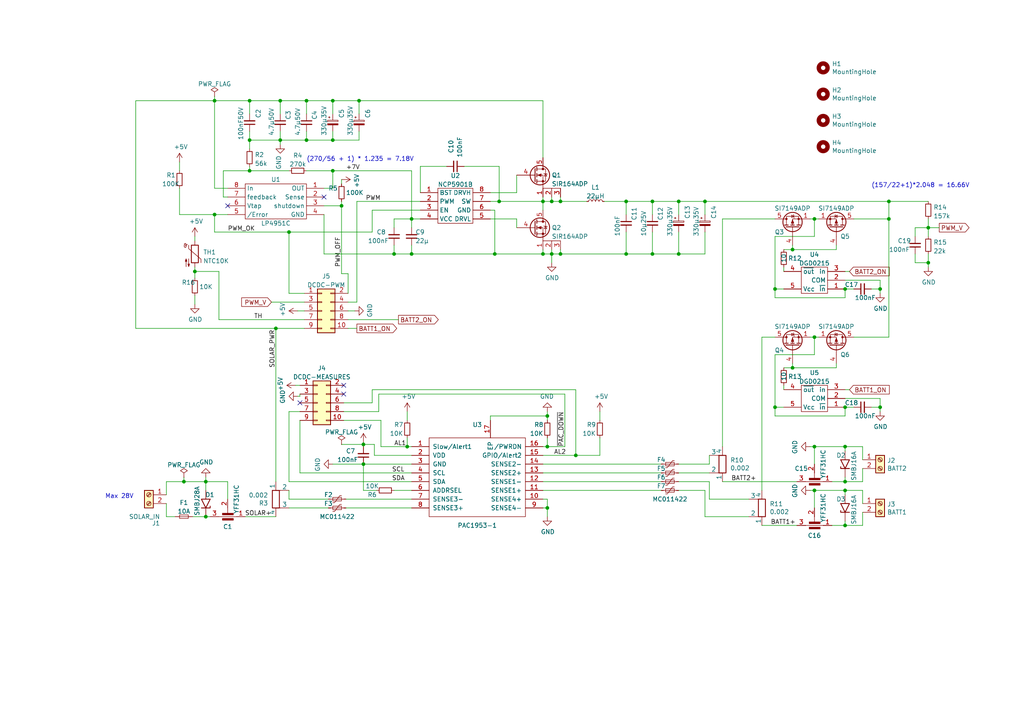
<source format=kicad_sch>
(kicad_sch (version 20211123) (generator eeschema)
  (paper "A4")
  (junction (at 157.48 73.66))
  (junction (at 72.39 49.53))
  (junction (at 236.22 97.79))
  (junction (at 255.27 118.11))
  (junction (at 59.69 139.7))
  (junction (at 96.52 29.21))
  (junction (at 255.27 83.82))
  (junction (at 88.9 40.64))
  (junction (at 245.11 118.11))
  (junction (at 181.61 58.42))
  (junction (at 59.69 149.86))
  (junction (at 229.87 106.68))
  (junction (at 196.85 58.42))
  (junction (at 269.24 66.04))
  (junction (at 236.22 142.24))
  (junction (at 105.41 134.62))
  (junction (at 88.9 29.21))
  (junction (at 158.75 129.54))
  (junction (at 236.22 63.5))
  (junction (at 96.52 40.64))
  (junction (at 204.47 58.42))
  (junction (at 99.06 59.69))
  (junction (at 119.38 63.5))
  (junction (at 72.39 40.64))
  (junction (at 229.87 72.39))
  (junction (at 83.82 67.31))
  (junction (at 80.01 95.25))
  (junction (at 160.02 58.42))
  (junction (at 144.78 58.42))
  (junction (at 81.28 29.21))
  (junction (at 96.52 49.53))
  (junction (at 257.81 63.5))
  (junction (at 53.34 139.7))
  (junction (at 196.85 73.66))
  (junction (at 56.515 78.74))
  (junction (at 245.11 83.82))
  (junction (at 157.48 58.42))
  (junction (at 269.24 76.2))
  (junction (at 167.005 132.08))
  (junction (at 62.23 29.21))
  (junction (at 158.75 147.32))
  (junction (at 245.11 129.54))
  (junction (at 257.81 58.42))
  (junction (at 114.3 73.66))
  (junction (at 81.28 40.64))
  (junction (at 189.23 73.66))
  (junction (at 236.22 129.54))
  (junction (at 105.41 128.905))
  (junction (at 245.11 152.4))
  (junction (at 245.11 142.24))
  (junction (at 160.02 73.66))
  (junction (at 224.79 118.11))
  (junction (at 104.14 29.21))
  (junction (at 119.38 73.66))
  (junction (at 62.23 62.23))
  (junction (at 224.79 83.82))
  (junction (at 181.61 73.66))
  (junction (at 189.23 58.42))
  (junction (at 162.56 58.42))
  (junction (at 143.51 73.66))
  (junction (at 118.11 129.54))
  (junction (at 158.75 120.65))
  (junction (at 245.11 139.7))
  (junction (at 72.39 29.21))
  (junction (at 162.56 73.66))
  (no_connect (at 86.995 116.84))
  (no_connect (at 99.695 114.3))
  (no_connect (at 99.695 111.76))
  (no_connect (at 66.04 59.69))
  (no_connect (at 93.98 57.15))
  (wire (pts (xy 56.515 85.725) (xy 56.515 88.265)))
  (wire (pts (xy 269.24 63.5) (xy 269.24 66.04)))
  (wire (pts (xy 245.11 113.03) (xy 246.38 113.03)))
  (wire (pts (xy 157.48 147.32) (xy 158.75 147.32)))
  (wire (pts (xy 160.02 73.66) (xy 157.48 73.66)))
  (wire (pts (xy 250.19 152.4) (xy 250.19 148.59)))
  (wire (pts (xy 88.9 38.1) (xy 88.9 40.64)))
  (wire (pts (xy 62.23 67.31) (xy 62.23 62.23)))
  (wire (pts (xy 144.78 58.42) (xy 157.48 58.42)))
  (wire (pts (xy 119.38 49.53) (xy 119.38 63.5)))
  (wire (pts (xy 62.23 29.21) (xy 62.23 54.61)))
  (wire (pts (xy 80.01 95.25) (xy 39.37 95.25)))
  (wire (pts (xy 167.005 113.03) (xy 107.95 113.03)))
  (wire (pts (xy 144.78 58.42) (xy 142.24 58.42)))
  (wire (pts (xy 241.3 139.7) (xy 245.11 139.7)))
  (wire (pts (xy 160.02 73.66) (xy 160.02 76.2)))
  (wire (pts (xy 157.48 58.42) (xy 160.02 58.42)))
  (wire (pts (xy 236.22 63.5) (xy 237.49 63.5)))
  (wire (pts (xy 157.48 134.62) (xy 191.77 134.62)))
  (wire (pts (xy 83.82 144.78) (xy 83.82 142.24)))
  (wire (pts (xy 157.48 137.16) (xy 191.77 137.16)))
  (wire (pts (xy 241.3 152.4) (xy 245.11 152.4)))
  (wire (pts (xy 72.39 40.64) (xy 72.39 43.18)))
  (wire (pts (xy 103.505 58.42) (xy 121.92 58.42)))
  (wire (pts (xy 93.98 59.69) (xy 99.06 59.69)))
  (wire (pts (xy 62.23 62.23) (xy 66.04 62.23)))
  (wire (pts (xy 99.695 121.92) (xy 110.49 121.92)))
  (wire (pts (xy 134.62 48.26) (xy 144.78 48.26)))
  (wire (pts (xy 205.74 144.78) (xy 205.74 139.7)))
  (wire (pts (xy 252.73 118.11) (xy 255.27 118.11)))
  (wire (pts (xy 96.52 134.62) (xy 105.41 134.62)))
  (wire (pts (xy 59.69 138.43) (xy 59.69 139.7)))
  (wire (pts (xy 56.515 77.47) (xy 56.515 78.74)))
  (wire (pts (xy 64.77 49.53) (xy 64.77 57.15)))
  (wire (pts (xy 220.98 97.79) (xy 224.79 97.79)))
  (wire (pts (xy 204.47 67.31) (xy 204.47 73.66)))
  (wire (pts (xy 224.79 118.11) (xy 227.33 118.11)))
  (wire (pts (xy 110.49 129.54) (xy 118.11 129.54)))
  (wire (pts (xy 181.61 58.42) (xy 175.26 58.42)))
  (wire (pts (xy 163.83 114.3) (xy 109.855 114.3)))
  (wire (pts (xy 196.85 142.24) (xy 204.47 142.24)))
  (wire (pts (xy 59.69 139.7) (xy 66.04 139.7)))
  (wire (pts (xy 157.48 142.24) (xy 191.77 142.24)))
  (wire (pts (xy 108.585 128.905) (xy 108.585 132.08)))
  (wire (pts (xy 269.24 76.2) (xy 269.24 77.47)))
  (wire (pts (xy 162.56 58.42) (xy 162.56 57.15)))
  (wire (pts (xy 96.52 29.21) (xy 104.14 29.21)))
  (wire (pts (xy 167.005 132.08) (xy 173.99 132.08)))
  (wire (pts (xy 157.48 132.08) (xy 167.005 132.08)))
  (wire (pts (xy 245.11 78.74) (xy 246.38 78.74)))
  (wire (pts (xy 163.83 129.54) (xy 163.83 114.3)))
  (wire (pts (xy 143.51 60.96) (xy 143.51 73.66)))
  (wire (pts (xy 167.005 132.08) (xy 167.005 113.03)))
  (wire (pts (xy 189.23 58.42) (xy 196.85 58.42)))
  (wire (pts (xy 196.85 134.62) (xy 205.74 134.62)))
  (wire (pts (xy 157.48 58.42) (xy 157.48 57.15)))
  (wire (pts (xy 149.86 63.5) (xy 149.86 66.04)))
  (wire (pts (xy 118.11 129.54) (xy 119.38 129.54)))
  (wire (pts (xy 53.34 138.43) (xy 53.34 139.7)))
  (wire (pts (xy 224.79 118.11) (xy 224.79 120.65)))
  (wire (pts (xy 236.22 129.54) (xy 245.11 129.54)))
  (wire (pts (xy 71.12 149.86) (xy 80.01 149.86)))
  (wire (pts (xy 245.11 120.65) (xy 224.79 120.65)))
  (wire (pts (xy 236.22 97.79) (xy 237.49 97.79)))
  (wire (pts (xy 86.36 90.17) (xy 88.265 90.17)))
  (wire (pts (xy 245.11 83.82) (xy 245.11 86.36)))
  (wire (pts (xy 269.24 66.04) (xy 265.43 66.04)))
  (wire (pts (xy 255.27 81.28) (xy 255.27 83.82)))
  (wire (pts (xy 64.77 57.15) (xy 66.04 57.15)))
  (wire (pts (xy 86.995 137.16) (xy 119.38 137.16)))
  (wire (pts (xy 162.56 58.42) (xy 170.18 58.42)))
  (wire (pts (xy 96.52 40.64) (xy 104.14 40.64)))
  (wire (pts (xy 99.06 52.07) (xy 99.06 53.34)))
  (wire (pts (xy 142.24 55.88) (xy 149.86 55.88)))
  (wire (pts (xy 81.28 40.64) (xy 81.28 41.91)))
  (wire (pts (xy 52.07 49.53) (xy 52.07 46.99)))
  (wire (pts (xy 83.82 49.53) (xy 72.39 49.53)))
  (wire (pts (xy 173.99 132.08) (xy 173.99 127)))
  (wire (pts (xy 257.81 63.5) (xy 247.65 63.5)))
  (wire (pts (xy 114.3 73.66) (xy 119.38 73.66)))
  (wire (pts (xy 56.515 78.74) (xy 63.5 78.74)))
  (wire (pts (xy 105.41 128.905) (xy 108.585 128.905)))
  (wire (pts (xy 181.61 58.42) (xy 181.61 62.23)))
  (wire (pts (xy 242.57 71.12) (xy 242.57 72.39)))
  (wire (pts (xy 204.47 149.86) (xy 217.17 149.86)))
  (wire (pts (xy 48.26 139.7) (xy 53.34 139.7)))
  (wire (pts (xy 245.11 152.4) (xy 250.19 152.4)))
  (wire (pts (xy 227.33 111.76) (xy 227.33 113.03)))
  (wire (pts (xy 121.92 60.96) (xy 107.95 60.96)))
  (wire (pts (xy 100.33 144.78) (xy 119.38 144.78)))
  (wire (pts (xy 209.55 139.7) (xy 231.14 139.7)))
  (wire (pts (xy 196.85 139.7) (xy 205.74 139.7)))
  (wire (pts (xy 109.855 114.3) (xy 109.855 119.38)))
  (wire (pts (xy 236.22 142.24) (xy 245.11 142.24)))
  (wire (pts (xy 227.33 77.47) (xy 227.33 78.74)))
  (wire (pts (xy 158.75 120.65) (xy 142.24 120.65)))
  (wire (pts (xy 162.56 73.66) (xy 181.61 73.66)))
  (wire (pts (xy 96.52 49.53) (xy 119.38 49.53)))
  (wire (pts (xy 234.95 97.79) (xy 236.22 97.79)))
  (wire (pts (xy 119.38 71.12) (xy 119.38 73.66)))
  (wire (pts (xy 81.28 29.21) (xy 72.39 29.21)))
  (wire (pts (xy 96.52 29.21) (xy 96.52 33.02)))
  (wire (pts (xy 83.82 85.09) (xy 83.82 67.31)))
  (wire (pts (xy 110.49 129.54) (xy 110.49 121.92)))
  (wire (pts (xy 72.39 49.53) (xy 72.39 48.26)))
  (wire (pts (xy 100.965 95.25) (xy 103.505 95.25)))
  (wire (pts (xy 220.98 142.24) (xy 220.98 97.79)))
  (wire (pts (xy 162.56 72.39) (xy 162.56 73.66)))
  (wire (pts (xy 245.11 118.11) (xy 245.11 120.65)))
  (wire (pts (xy 269.24 66.04) (xy 269.24 68.58)))
  (wire (pts (xy 107.95 116.84) (xy 99.695 116.84)))
  (wire (pts (xy 250.19 129.54) (xy 250.19 133.35)))
  (wire (pts (xy 119.38 63.5) (xy 121.92 63.5)))
  (wire (pts (xy 250.19 139.7) (xy 250.19 135.89)))
  (wire (pts (xy 234.95 63.5) (xy 236.22 63.5)))
  (wire (pts (xy 119.38 73.66) (xy 143.51 73.66)))
  (wire (pts (xy 59.69 139.7) (xy 59.69 142.24)))
  (wire (pts (xy 189.23 58.42) (xy 181.61 58.42)))
  (wire (pts (xy 88.9 40.64) (xy 96.52 40.64)))
  (wire (pts (xy 83.82 67.31) (xy 107.95 67.31)))
  (wire (pts (xy 224.79 63.5) (xy 209.55 63.5)))
  (wire (pts (xy 234.95 142.24) (xy 236.22 142.24)))
  (wire (pts (xy 108.585 132.08) (xy 119.38 132.08)))
  (wire (pts (xy 158.75 129.54) (xy 158.75 127)))
  (wire (pts (xy 48.26 149.86) (xy 50.8 149.86)))
  (wire (pts (xy 104.14 29.21) (xy 104.14 33.02)))
  (wire (pts (xy 204.47 142.24) (xy 204.47 149.86)))
  (wire (pts (xy 53.34 139.7) (xy 59.69 139.7)))
  (wire (pts (xy 52.07 62.23) (xy 62.23 62.23)))
  (wire (pts (xy 236.22 63.5) (xy 236.22 68.58)))
  (wire (pts (xy 265.43 66.04) (xy 265.43 68.58)))
  (wire (pts (xy 257.81 58.42) (xy 257.81 63.5)))
  (wire (pts (xy 189.23 67.31) (xy 189.23 73.66)))
  (wire (pts (xy 72.39 29.21) (xy 62.23 29.21)))
  (wire (pts (xy 99.06 58.42) (xy 99.06 59.69)))
  (wire (pts (xy 114.3 71.12) (xy 114.3 73.66)))
  (wire (pts (xy 245.11 115.57) (xy 255.27 115.57)))
  (wire (pts (xy 55.88 149.86) (xy 59.69 149.86)))
  (wire (pts (xy 224.79 102.87) (xy 224.79 118.11)))
  (wire (pts (xy 96.52 49.53) (xy 88.9 49.53)))
  (wire (pts (xy 118.11 127) (xy 118.11 129.54)))
  (wire (pts (xy 100.965 79.375) (xy 100.965 85.09)))
  (wire (pts (xy 39.37 29.21) (xy 62.23 29.21)))
  (wire (pts (xy 158.75 129.54) (xy 163.83 129.54)))
  (wire (pts (xy 114.3 66.04) (xy 114.3 63.5)))
  (wire (pts (xy 157.48 29.21) (xy 157.48 45.72)))
  (wire (pts (xy 86.995 114.935) (xy 86.995 114.3)))
  (wire (pts (xy 72.39 49.53) (xy 64.77 49.53)))
  (wire (pts (xy 100.965 90.17) (xy 102.87 90.17)))
  (wire (pts (xy 142.24 120.65) (xy 142.24 121.92)))
  (wire (pts (xy 245.11 81.28) (xy 255.27 81.28)))
  (wire (pts (xy 236.22 68.58) (xy 224.79 68.58)))
  (wire (pts (xy 162.56 73.66) (xy 160.02 73.66)))
  (wire (pts (xy 229.87 72.39) (xy 229.87 71.12)))
  (wire (pts (xy 103.505 87.63) (xy 100.965 87.63)))
  (wire (pts (xy 245.11 86.36) (xy 224.79 86.36)))
  (wire (pts (xy 196.85 67.31) (xy 196.85 73.66)))
  (wire (pts (xy 56.515 68.58) (xy 56.515 69.85)))
  (wire (pts (xy 62.23 67.31) (xy 83.82 67.31)))
  (wire (pts (xy 158.75 120.65) (xy 158.75 121.92)))
  (wire (pts (xy 229.87 106.68) (xy 229.87 105.41)))
  (wire (pts (xy 93.98 62.23) (xy 93.98 73.66)))
  (wire (pts (xy 85.725 111.76) (xy 86.995 111.76)))
  (wire (pts (xy 224.79 68.58) (xy 224.79 83.82)))
  (wire (pts (xy 255.27 115.57) (xy 255.27 118.11)))
  (wire (pts (xy 224.79 83.82) (xy 227.33 83.82)))
  (wire (pts (xy 181.61 67.31) (xy 181.61 73.66)))
  (wire (pts (xy 245.11 142.24) (xy 245.11 143.51)))
  (wire (pts (xy 173.99 121.92) (xy 173.99 119.38)))
  (wire (pts (xy 114.3 63.5) (xy 119.38 63.5)))
  (wire (pts (xy 204.47 58.42) (xy 257.81 58.42)))
  (wire (pts (xy 157.48 58.42) (xy 157.48 60.96)))
  (wire (pts (xy 96.52 40.64) (xy 96.52 38.1)))
  (wire (pts (xy 245.11 83.82) (xy 247.65 83.82)))
  (wire (pts (xy 88.9 29.21) (xy 88.9 33.02)))
  (wire (pts (xy 236.22 129.54) (xy 236.22 134.62)))
  (wire (pts (xy 72.39 29.21) (xy 72.39 33.02)))
  (wire (pts (xy 78.74 87.63) (xy 88.265 87.63)))
  (wire (pts (xy 245.11 129.54) (xy 250.19 129.54)))
  (wire (pts (xy 81.28 38.1) (xy 81.28 40.64)))
  (wire (pts (xy 257.81 97.79) (xy 257.81 63.5)))
  (wire (pts (xy 88.265 85.09) (xy 83.82 85.09)))
  (wire (pts (xy 81.28 40.64) (xy 72.39 40.64)))
  (wire (pts (xy 269.24 73.66) (xy 269.24 76.2)))
  (wire (pts (xy 105.41 128.905) (xy 105.41 128.27)))
  (wire (pts (xy 83.82 119.38) (xy 86.995 119.38)))
  (wire (pts (xy 265.43 76.2) (xy 269.24 76.2)))
  (wire (pts (xy 189.23 73.66) (xy 181.61 73.66)))
  (wire (pts (xy 39.37 29.21) (xy 39.37 95.25)))
  (wire (pts (xy 205.74 134.62) (xy 205.74 132.08)))
  (wire (pts (xy 81.28 29.21) (xy 81.28 33.02)))
  (wire (pts (xy 242.57 72.39) (xy 229.87 72.39)))
  (wire (pts (xy 62.23 27.94) (xy 62.23 29.21)))
  (wire (pts (xy 62.23 54.61) (xy 66.04 54.61)))
  (wire (pts (xy 158.75 119.38) (xy 158.75 120.65)))
  (wire (pts (xy 118.11 121.92) (xy 118.11 119.38)))
  (wire (pts (xy 269.24 66.04) (xy 272.415 66.04)))
  (wire (pts (xy 103.505 58.42) (xy 103.505 87.63)))
  (wire (pts (xy 100.965 92.71) (xy 115.57 92.71)))
  (wire (pts (xy 245.11 118.11) (xy 247.65 118.11)))
  (wire (pts (xy 157.48 73.66) (xy 157.48 72.39)))
  (wire (pts (xy 142.24 63.5) (xy 149.86 63.5)))
  (wire (pts (xy 83.82 144.78) (xy 95.25 144.78)))
  (wire (pts (xy 160.02 72.39) (xy 160.02 73.66)))
  (wire (pts (xy 245.11 129.54) (xy 245.11 130.81)))
  (wire (pts (xy 88.9 40.64) (xy 81.28 40.64)))
  (wire (pts (xy 149.86 55.88) (xy 149.86 50.8)))
  (wire (pts (xy 52.07 54.61) (xy 52.07 62.23)))
  (wire (pts (xy 56.515 78.74) (xy 56.515 80.645)))
  (wire (pts (xy 234.95 129.54) (xy 236.22 129.54)))
  (wire (pts (xy 99.06 128.905) (xy 105.41 128.905)))
  (wire (pts (xy 119.38 142.24) (xy 114.3 142.24)))
  (wire (pts (xy 83.82 139.7) (xy 83.82 119.38)))
  (wire (pts (xy 229.87 72.39) (xy 227.33 72.39)))
  (wire (pts (xy 99.06 59.69) (xy 99.06 79.375)))
  (wire (pts (xy 265.43 73.66) (xy 265.43 76.2)))
  (wire (pts (xy 245.11 139.7) (xy 250.19 139.7)))
  (wire (pts (xy 220.98 152.4) (xy 231.14 152.4)))
  (wire (pts (xy 252.73 83.82) (xy 255.27 83.82)))
  (wire (pts (xy 236.22 102.87) (xy 224.79 102.87)))
  (wire (pts (xy 143.51 73.66) (xy 157.48 73.66)))
  (wire (pts (xy 245.11 151.13) (xy 245.11 152.4)))
  (wire (pts (xy 86.995 137.16) (xy 86.995 121.92)))
  (wire (pts (xy 196.85 58.42) (xy 196.85 62.23)))
  (wire (pts (xy 48.26 139.7) (xy 48.26 143.51)))
  (wire (pts (xy 119.38 66.04) (xy 119.38 63.5)))
  (wire (pts (xy 105.41 129.54) (xy 105.41 128.905)))
  (wire (pts (xy 204.47 58.42) (xy 204.47 62.23)))
  (wire (pts (xy 105.41 134.62) (xy 119.38 134.62)))
  (wire (pts (xy 80.01 95.25) (xy 80.01 139.7)))
  (wire (pts (xy 66.04 139.7) (xy 66.04 144.78)))
  (wire (pts (xy 196.85 58.42) (xy 204.47 58.42)))
  (wire (pts (xy 99.06 79.375) (xy 100.965 79.375)))
  (wire (pts (xy 100.33 147.32) (xy 119.38 147.32)))
  (wire (pts (xy 93.98 73.66) (xy 114.3 73.66)))
  (wire (pts (xy 80.01 95.25) (xy 88.265 95.25)))
  (wire (pts (xy 109.22 142.24) (xy 105.41 142.24)))
  (wire (pts (xy 88.9 29.21) (xy 96.52 29.21)))
  (wire (pts (xy 160.02 57.15) (xy 160.02 58.42)))
  (wire (pts (xy 189.23 73.66) (xy 196.85 73.66)))
  (wire (pts (xy 157.48 144.78) (xy 158.75 144.78)))
  (wire (pts (xy 157.48 129.54) (xy 158.75 129.54)))
  (wire (pts (xy 144.78 48.26) (xy 144.78 58.42)))
  (wire (pts (xy 255.27 83.82) (xy 255.27 85.09)))
  (wire (pts (xy 158.75 147.32) (xy 158.75 149.86)))
  (wire (pts (xy 88.9 29.21) (xy 81.28 29.21)))
  (wire (pts (xy 48.26 149.86) (xy 48.26 146.05)))
  (wire (pts (xy 107.95 60.96) (xy 107.95 67.31)))
  (wire (pts (xy 157.48 139.7) (xy 191.77 139.7)))
  (wire (pts (xy 63.5 92.71) (xy 88.265 92.71)))
  (wire (pts (xy 250.19 142.24) (xy 250.19 146.05)))
  (wire (pts (xy 63.5 78.74) (xy 63.5 92.71)))
  (wire (pts (xy 105.41 134.62) (xy 105.41 142.24)))
  (wire (pts (xy 107.95 113.03) (xy 107.95 116.84)))
  (wire (pts (xy 83.82 147.32) (xy 95.25 147.32)))
  (wire (pts (xy 209.55 63.5) (xy 209.55 129.54)))
  (wire (pts (xy 196.85 137.16) (xy 205.74 137.16)))
  (wire (pts (xy 86.36 114.935) (xy 86.995 114.935)))
  (wire (pts (xy 160.02 58.42) (xy 162.56 58.42)))
  (wire (pts (xy 104.14 40.64) (xy 104.14 38.1)))
  (wire (pts (xy 158.75 144.78) (xy 158.75 147.32)))
  (wire (pts (xy 224.79 83.82) (xy 224.79 86.36)))
  (wire (pts (xy 93.98 54.61) (xy 96.52 54.61)))
  (wire (pts (xy 96.52 54.61) (xy 96.52 49.53)))
  (wire (pts (xy 217.17 144.78) (xy 205.74 144.78)))
  (wire (pts (xy 257.81 58.42) (xy 269.24 58.42)))
  (wire (pts (xy 245.11 138.43) (xy 245.11 139.7)))
  (wire (pts (xy 59.69 149.86) (xy 60.96 149.86)))
  (wire (pts (xy 242.57 105.41) (xy 242.57 106.68)))
  (wire (pts (xy 109.855 119.38) (xy 99.695 119.38)))
  (wire (pts (xy 236.22 97.79) (xy 236.22 102.87)))
  (wire (pts (xy 83.82 139.7) (xy 119.38 139.7)))
  (wire (pts (xy 247.65 97.79) (xy 257.81 97.79)))
  (wire (pts (xy 229.87 106.68) (xy 227.33 106.68)))
  (wire (pts (xy 121.92 55.88) (xy 121.92 48.26)))
  (wire (pts (xy 242.57 106.68) (xy 229.87 106.68)))
  (wire (pts (xy 104.14 29.21) (xy 157.48 29.21)))
  (wire (pts (xy 245.11 142.24) (xy 250.19 142.24)))
  (wire (pts (xy 255.27 118.11) (xy 255.27 119.38)))
  (wire (pts (xy 143.51 60.96) (xy 142.24 60.96)))
  (wire (pts (xy 189.23 58.42) (xy 189.23 62.23)))
  (wire (pts (xy 121.92 48.26) (xy 129.54 48.26)))
  (wire (pts (xy 196.85 73.66) (xy 204.47 73.66)))
  (wire (pts (xy 236.22 142.24) (xy 236.22 147.32)))
  (wire (pts (xy 72.39 40.64) (xy 72.39 38.1)))
  (text "Max 28V" (at 30.48 144.78 0) (effects (font (size 1.27 1.27)) (justify left bottom)))
  (text "(157/22+1)*2.048 = 16.66V" (at 252.73 54.61 0) (effects (font (size 1.27 1.27)) (justify left bottom)))
  (text "(270/56 + 1) * 1.235 = 7.18V" (at 88.9 46.99 0) (effects (font (size 1.27 1.27)) (justify left bottom)))
  (label "PWM_OK" (at 66.04 67.31 0))
  (label "PWM" (at 106.045 58.42 0))
  (label "~{PAC_DOWN}" (at 163.83 129.54 90))
  (label "TH" (at 73.66 92.71 0))
  (label "+7V" (at 100.33 49.53 0))
  (label "SDA" (at 113.665 139.7 0))
  (label "SOLAR+" (at 78.74 149.86 180))
  (label "BATT2+" (at 212.09 139.7 0))
  (label "SCL" (at 113.665 137.16 0))
  (label "PWM_OFF" (at 99.06 77.47 90))
  (label "SOLAR_PWR" (at 80.01 106.68 90))
  (label "AL1" (at 114.3 129.54 0))
  (label "BATT1+" (at 223.52 152.4 0))
  (label "AL2" (at 160.655 132.08 0))
  (global_label "PWM_V" (shape input) (at 78.74 87.63 180) (property "Intersheet References" "${INTERSHEET_REFS}" (effects hide)))
  (global_label "BATT1_ON" (shape output) (at 103.505 95.25 0) (property "Intersheet References" "${INTERSHEET_REFS}" (effects hide)))
  (global_label "BATT2_ON" (shape input) (at 246.38 78.74 0) (property "Intersheet References" "${INTERSHEET_REFS}" (effects hide)))
  (global_label "BATT2_ON" (shape output) (at 115.57 92.71 0) (property "Intersheet References" "${INTERSHEET_REFS}" (effects hide)))
  (global_label "BATT1_ON" (shape input) (at 246.38 113.03 0) (property "Intersheet References" "${INTERSHEET_REFS}" (effects hide)))
  (global_label "PWM_V" (shape output) (at 272.415 66.04 0) (property "Intersheet References" "${INTERSHEET_REFS}" (effects hide)))
  (symbol (lib_id "power:GND") (at 102.87 90.17 90) (unit 1)
    (property "Reference" "#PWR020" (effects hide))
    (property "Value" "GND" (at 107.2642 90.043 0))
  )
  (symbol (lib_id "power:PWR_FLAG") (at 99.06 128.905 0) (unit 1)
    (property "Reference" "#FLG0101" (effects hide))
    (property "Value" "PWR_FLAG" (at 99.06 125.3292 0))
  )
  (symbol (lib_id "Device:Polyfuse_Small") (at 97.79 144.78 270) (unit 1)
    (property "Reference" "F2" (at 95.25 143.51 90))
    (property "Value" " MC011422" (effects hide))
    (property "Footprint" "Resistor_SMD:R_0603_1608Metric_Pad0.98x0.95mm_HandSolder" (effects hide))
    (property "P/N" " MC011422" (effects hide))
  )
  (symbol (lib_id "diode-local:DGD0215") (at 236.22 81.28 180) (unit 1)
    (property "Reference" "U4" (at 236.22 73.821 0))
    (property "Value" "DGD0215" (at 236.22 76.3579 0))
    (property "Footprint" "Package_TO_SOT_SMD:TSOT-23-5" (effects hide))
  )
  (symbol (lib_id "power:+5V") (at 99.06 52.07 270) (unit 1)
    (property "Reference" "#PWR05" (effects hide))
    (property "Value" "+5V" (at 103.4542 52.451 0))
  )
  (symbol (lib_id "Device:C_Small") (at 189.23 64.77 0) (unit 1)
    (property "Reference" "C12" (at 191.5541 63.9416 90) (effects (justify left)))
    (property "Value" "10µ25V" (at 186.69 68.58 90) (effects (justify left)))
    (property "Footprint" "Capacitor_SMD:C_1206_3216Metric_Pad1.33x1.80mm_HandSolder" (effects hide))
    (property "P/N" "GRM31CR71H475KA12L" (effects hide))
  )
  (symbol (lib_id "Device:C_Polarized_Small") (at 204.47 64.77 0) (unit 1)
    (property "Reference" "C14" (at 207.01 63.5 90) (effects (justify left)))
    (property "Value" "330µ35V" (at 201.93 68.58 90) (effects (justify left)))
    (property "Footprint" "Capacitor_SMD:CP_Elec_10x12.6" (effects hide))
    (property "P/N" "A780MS337M1VLAS020" (effects hide))
  )
  (symbol (lib_id "Device:C_Polarized_Small") (at 104.14 35.56 0) (unit 1)
    (property "Reference" "C6" (at 106.68 34.29 90) (effects (justify left)))
    (property "Value" "330µ35V" (at 101.6 39.37 90) (effects (justify left)))
    (property "Footprint" "Capacitor_SMD:CP_Elec_10x12.6" (effects hide))
    (property "P/N" "A780MS337M1VLAS020" (effects hide))
  )
  (symbol (lib_id "Diode:1.5KExxA") (at 245.11 147.32 90) (unit 1)
    (property "Reference" "D3" (at 242.57 144.78 90) (effects (justify right)))
    (property "Value" "SMBJ16A" (at 247.65 143.51 0) (effects (justify right)))
    (property "Footprint" "Diode_SMD:D_SMB_Handsoldering" (effects hide))
    (property "Datasheet" "https://www.vishay.com/docs/88301/15ke.pdf" (effects hide))
  )
  (symbol (lib_id "onsemi-local:NCP5901B") (at 132.08 59.69 0) (unit 1)
    (property "Reference" "U2" (at 132.08 50.961 0))
    (property "Value" "NCP5901B" (at 132.08 53.4979 0))
    (property "Footprint" "Package_SO:SOIC-8_3.9x4.9mm_P1.27mm" (effects hide))
    (property "P/N" "NCP5901BDR2G" (effects hide))
  )
  (symbol (lib_id "Device:R_Small") (at 118.11 124.46 180) (unit 1)
    (property "Reference" "R7" (at 114.3 123.19 0) (effects (justify right)))
    (property "Value" "10K" (at 113.03 125.73 0) (effects (justify right)))
    (property "Footprint" "Resistor_THT:R_Axial_DIN0309_L9.0mm_D3.2mm_P12.70mm_Horizontal" (effects hide))
  )
  (symbol (lib_id "Mechanical:MountingHole") (at 238.76 19.685 0) (unit 1)
    (property "Reference" "H1" (at 241.3 18.5166 0) (effects (justify left)))
    (property "Value" "MountingHole" (at 241.3 20.828 0) (effects (justify left)))
    (property "Footprint" "MountingHole:MountingHole_3.2mm_M3_DIN965" (effects hide))
  )
  (symbol (lib_id "Device:C_Small") (at 132.08 48.26 270) (unit 1)
    (property "Reference" "C10" (at 130.81 44.45 0) (effects (justify right)))
    (property "Value" "100nF" (at 133.35 45.72 0) (effects (justify right)))
    (property "Footprint" "Capacitor_SMD:C_0805_2012Metric_Pad1.18x1.45mm_HandSolder" (effects hide))
  )
  (symbol (lib_id "q_nmos_sssgd:Q_NMOS_SSSGD") (at 154.94 66.04 0) (unit 1)
    (property "Reference" "Q2" (at 160.02 66.04 0) (effects (justify left)))
    (property "Value" "SIR164ADP" (at 160.02 68.58 0) (effects (justify left)))
    (property "Footprint" "Package_SO:PowerPAK_SO-8_Single" (effects hide))
    (property "P/N" " SIR164ADP-T1-GE3 " (effects hide))
  )
  (symbol (lib_id "power:+5V") (at 105.41 128.27 0) (unit 1)
    (property "Reference" "#PWR06" (effects hide))
    (property "Value" "+5V" (at 105.791 123.8758 0))
  )
  (symbol (lib_id "Mechanical:MountingHole") (at 238.76 42.545 0) (unit 1)
    (property "Reference" "H4" (at 241.3 41.3766 0) (effects (justify left)))
    (property "Value" "MountingHole" (at 241.3 43.688 0) (effects (justify left)))
    (property "Footprint" "MountingHole:MountingHole_3.2mm_M3_DIN965" (effects hide))
  )
  (symbol (lib_id "power:+5V") (at 52.07 46.99 0) (unit 1)
    (property "Reference" "#PWR01" (effects hide))
    (property "Value" "+5V" (at 52.451 42.5958 0))
  )
  (symbol (lib_id "power:+5V") (at 85.725 111.76 90) (unit 1)
    (property "Reference" "#PWR017" (effects hide))
    (property "Value" "+5V" (at 81.3308 111.379 0))
  )
  (symbol (lib_id "power:GND") (at 86.36 114.935 270) (unit 1)
    (property "Reference" "#PWR019" (effects hide))
    (property "Value" "GND" (at 81.9658 115.062 0))
  )
  (symbol (lib_id "Connector:Screw_Terminal_01x02") (at 255.27 133.35 0) (unit 1)
    (property "Reference" "J2" (at 257.302 133.5532 0) (effects (justify left)))
    (property "Value" "BATT2" (at 257.302 135.8646 0) (effects (justify left)))
    (property "Footprint" "TerminalBlock_MetzConnect:TerminalBlock_MetzConnect_Type703_RT10N02HGLU_1x02_P9.52mm_Horizontal" (effects hide))
    (property "P/N" "MC000054" (effects hide))
  )
  (symbol (lib_id "q_nmos_sssgd:Q_NMOS_SSSGD") (at 154.94 50.8 0) (unit 1)
    (property "Reference" "Q1" (at 160.02 50.8 0) (effects (justify left)))
    (property "Value" "SIR164ADP" (at 160.02 53.34 0) (effects (justify left)))
    (property "Footprint" "Package_SO:PowerPAK_SO-8_Single" (effects hide))
    (property "P/N" " SIR164ADP-T1-GE3 " (effects hide))
  )
  (symbol (lib_id "power:GND") (at 158.75 119.38 180) (unit 1)
    (property "Reference" "#PWR08" (effects hide))
    (property "Value" "GND" (at 158.623 114.9858 0))
  )
  (symbol (lib_id "power:GND") (at 81.28 41.91 0) (unit 1)
    (property "Reference" "#PWR03" (effects hide))
    (property "Value" "GND" (at 80.8462 45.085 90) (effects (justify right)))
  )
  (symbol (lib_id "Device:C_Small") (at 114.3 68.58 180) (unit 1)
    (property "Reference" "C8" (at 109.22 67.31 0) (effects (justify right)))
    (property "Value" "100nF" (at 106.68 69.85 0) (effects (justify right)))
    (property "Footprint" "Capacitor_SMD:C_0805_2012Metric_Pad1.18x1.45mm_HandSolder" (effects hide))
  )
  (symbol (lib_id "power:+5V") (at 118.11 119.38 0) (unit 1)
    (property "Reference" "#PWR07" (effects hide))
    (property "Value" "+5V" (at 118.491 114.9858 0))
  )
  (symbol (lib_id "power:GND") (at 269.24 77.47 0) (unit 1)
    (property "Reference" "#PWR016" (effects hide))
    (property "Value" "GND" (at 269.367 81.8642 0))
  )
  (symbol (lib_id "Device:R_Small") (at 158.75 124.46 180) (unit 1)
    (property "Reference" "R8" (at 154.94 123.19 0) (effects (justify right)))
    (property "Value" "10K" (at 153.67 125.73 0) (effects (justify right)))
    (property "Footprint" "Resistor_SMD:R_0805_2012Metric_Pad1.20x1.40mm_HandSolder" (effects hide))
  )
  (symbol (lib_id "Connector:Screw_Terminal_01x02") (at 255.27 146.05 0) (unit 1)
    (property "Reference" "J3" (at 257.302 146.2532 0) (effects (justify left)))
    (property "Value" "BATT1" (at 257.302 148.5646 0) (effects (justify left)))
    (property "Footprint" "TerminalBlock_MetzConnect:TerminalBlock_MetzConnect_Type703_RT10N02HGLU_1x02_P9.52mm_Horizontal" (effects hide))
    (property "P/N" "MC000054" (effects hide))
  )
  (symbol (lib_id "power:+5V") (at 173.99 119.38 0) (unit 1)
    (property "Reference" "#PWR011" (effects hide))
    (property "Value" "+5V" (at 174.371 114.9858 0))
  )
  (symbol (lib_id "Device:C_Polarized_Small") (at 96.52 35.56 0) (unit 1)
    (property "Reference" "C5" (at 99.06 34.29 90) (effects (justify left)))
    (property "Value" "330µ35V" (at 93.98 39.37 90) (effects (justify left)))
    (property "Footprint" "Capacitor_SMD:CP_Elec_10x12.6" (effects hide))
    (property "P/N" "A780MS337M1VLAS020" (effects hide))
  )
  (symbol (lib_id "Device:R_Small") (at 173.99 124.46 180) (unit 1)
    (property "Reference" "R9" (at 170.18 123.19 0) (effects (justify right)))
    (property "Value" "10K" (at 168.91 125.73 0) (effects (justify right)))
    (property "Footprint" "Resistor_THT:R_Axial_DIN0309_L9.0mm_D3.2mm_P12.70mm_Horizontal" (effects hide))
  )
  (symbol (lib_id "Device:R_Small") (at 227.33 74.93 0) (unit 1)
    (property "Reference" "R12" (at 228.6 74.93 0) (effects (justify left)))
    (property "Value" "10" (at 227.33 76.2 90) (effects (justify left)))
    (property "Footprint" "Resistor_SMD:R_0805_2012Metric_Pad1.20x1.40mm_HandSolder" (effects hide))
  )
  (symbol (lib_id "Device:C_Polarized_Small") (at 196.85 64.77 0) (unit 1)
    (property "Reference" "C13" (at 199.39 63.5 90) (effects (justify left)))
    (property "Value" "330µ35V" (at 194.31 68.58 90) (effects (justify left)))
    (property "Footprint" "Capacitor_SMD:CP_Elec_10x12.6" (effects hide))
    (property "P/N" "A780MS337M1VLAS020" (effects hide))
  )
  (symbol (lib_id "power:PWR_FLAG") (at 62.23 27.94 0) (unit 1)
    (property "Reference" "#FLG02" (effects hide))
    (property "Value" "PWR_FLAG" (at 62.23 24.3642 0))
  )
  (symbol (lib_id "Device:C_Feedthrough") (at 236.22 137.16 180) (unit 1)
    (property "Reference" "C15" (at 232.41 135.89 0))
    (property "Value" "YFF31HC" (at 238.76 134.62 90))
    (property "Footprint" "local:C_filter_1206" (effects hide))
    (property "P/N" "YFF31HC2A104M" (effects hide))
  )
  (symbol (lib_id "Device:Polyfuse_Small") (at 194.31 134.62 270) (unit 1)
    (property "Reference" "F4" (at 191.77 133.35 90))
    (property "Value" " MC011422" (effects hide))
    (property "Footprint" "Resistor_SMD:R_0603_1608Metric_Pad0.98x0.95mm_HandSolder" (effects hide))
    (property "P/N" " MC011422" (effects hide))
  )
  (symbol (lib_id "Transistor_FET:SiSS27DN") (at 229.87 66.04 90) (unit 1)
    (property "Reference" "Q3" (at 226.06 67.31 90))
    (property "Value" " SI7149ADP" (at 229.87 60.4321 90))
    (property "Footprint" "Package_SO:PowerPAK_SO-8_Single" (effects hide))
    (property "Datasheet" "http://www.vishay.com/docs/62847/siss27dn.pdf" (effects hide))
    (property "P/N" " SI7149ADP-T1-GE3 " (effects hide))
  )
  (symbol (lib_id "power:GND") (at 59.69 138.43 0) (mirror x) (unit 1)
    (property "Reference" "#PWR02" (effects hide))
    (property "Value" "GND" (at 59.817 134.0358 0))
  )
  (symbol (lib_id "Device:R_Small") (at 56.515 83.185 180) (unit 1)
    (property "Reference" "R16" (at 52.705 81.915 0) (effects (justify right)))
    (property "Value" "10K" (at 57.785 83.185 0) (effects (justify right)))
    (property "Footprint" "Resistor_SMD:R_0805_2012Metric_Pad1.20x1.40mm_HandSolder" (effects hide))
  )
  (symbol (lib_id "Device:R_Shunt") (at 80.01 144.78 0) (unit 1)
    (property "Reference" "R3" (at 77.7748 145.9484 0) (effects (justify right)))
    (property "Value" "0.002" (at 77.7748 143.637 0) (effects (justify right)))
    (property "Footprint" "local:R-Shunt_2512_6332Metric_Pad1.40x3.35mm_HandSolder" (effects hide))
    (property "P/N" "WSLF25122L000FEA" (effects hide))
  )
  (symbol (lib_id "Device:R_Small") (at 52.07 52.07 180) (unit 1)
    (property "Reference" "R1" (at 48.26 50.8 0) (effects (justify right)))
    (property "Value" "100K" (at 46.99 53.34 0) (effects (justify right)))
    (property "Footprint" "Resistor_THT:R_Axial_DIN0309_L9.0mm_D3.2mm_P12.70mm_Horizontal" (effects hide))
  )
  (symbol (lib_id "power:GND") (at 255.27 119.38 0) (unit 1)
    (property "Reference" "#PWR015" (effects hide))
    (property "Value" "GND" (at 255.397 123.7742 0))
  )
  (symbol (lib_id "Device:C_Small") (at 250.19 118.11 90) (unit 1)
    (property "Reference" "C18" (at 248.92 116.84 90) (effects (justify left)))
    (property "Value" "100nF" (at 254 120.65 90) (effects (justify left)))
    (property "Footprint" "Capacitor_SMD:C_0603_1608Metric_Pad1.08x0.95mm_HandSolder" (effects hide))
    (property "P/N" "GRM31CR71H475KA12L" (effects hide))
  )
  (symbol (lib_id "Transistor_FET:SiSS27DN") (at 229.87 100.33 90) (unit 1)
    (property "Reference" "Q4" (at 226.06 101.6 90))
    (property "Value" " SI7149ADP" (at 229.87 94.7221 90))
    (property "Footprint" "Package_SO:PowerPAK_SO-8_Single" (effects hide))
    (property "P/N" " SI7149ADP-T1-GE3 " (effects hide))
  )
  (symbol (lib_id "Device:C_Small") (at 105.41 132.08 180) (unit 1)
    (property "Reference" "C7" (at 100.33 130.81 0) (effects (justify right)))
    (property "Value" "100nF" (at 97.79 133.35 0) (effects (justify right)))
    (property "Footprint" "Capacitor_SMD:C_0805_2012Metric_Pad1.18x1.45mm_HandSolder" (effects hide))
  )
  (symbol (lib_id "Diode:1.5KExxA") (at 245.11 134.62 90) (unit 1)
    (property "Reference" "D2" (at 242.57 132.08 90) (effects (justify right)))
    (property "Value" "SMBJ16A" (at 247.65 130.81 0) (effects (justify right)))
    (property "Footprint" "Diode_SMD:D_SMB_Handsoldering" (effects hide))
    (property "Datasheet" "https://www.vishay.com/docs/88301/15ke.pdf" (effects hide))
  )
  (symbol (lib_id "Device:R_Small") (at 99.06 55.88 180) (unit 1)
    (property "Reference" "R5" (at 95.25 54.61 0) (effects (justify right)))
    (property "Value" "100K" (at 100.33 55.88 0) (effects (justify right)))
    (property "Footprint" "Resistor_THT:R_Axial_DIN0309_L9.0mm_D3.2mm_P12.70mm_Horizontal" (effects hide))
  )
  (symbol (lib_id "Device:R_Small") (at 86.36 49.53 90) (unit 1)
    (property "Reference" "R4" (at 86.36 45.0936 90))
    (property "Value" "270k" (at 86.36 47.6305 90))
    (property "Footprint" "Resistor_SMD:R_0805_2012Metric_Pad1.20x1.40mm_HandSolder" (effects hide))
  )
  (symbol (lib_id "Device:Polyfuse_Small") (at 194.31 142.24 270) (unit 1)
    (property "Reference" "F7" (at 191.77 140.97 90))
    (property "Value" " MC011422" (at 194.31 144.78 90))
    (property "Footprint" "Resistor_SMD:R_0603_1608Metric_Pad0.98x0.95mm_HandSolder" (effects hide))
    (property "P/N" " MC011422" (effects hide))
  )
  (symbol (lib_id "Device:Thermistor_NTC") (at 56.515 73.66 0) (unit 1)
    (property "Reference" "TH1" (at 58.928 73.1428 0) (effects (justify left)))
    (property "Value" "NTC10K" (at 58.928 75.6797 0) (effects (justify left)))
    (property "Footprint" "Resistor_SMD:R_0603_1608Metric_Pad0.98x0.95mm_HandSolder" (effects hide))
    (property "P/N" " NT06104F3950B1H " (effects hide))
  )
  (symbol (lib_id "power:+5V") (at 56.515 68.58 0) (unit 1)
    (property "Reference" "#PWR0102" (effects hide))
    (property "Value" "+5V" (at 56.896 64.1858 0))
  )
  (symbol (lib_id "Connector:Screw_Terminal_01x02") (at 43.18 143.51 0) (mirror y) (unit 1)
    (property "Reference" "J1" (at 45.2628 151.765 0))
    (property "Value" "SOLAR_IN" (at 41.91 149.86 0))
    (property "Footprint" "TerminalBlock_MetzConnect:TerminalBlock_MetzConnect_Type703_RT10N02HGLU_1x02_P9.52mm_Horizontal" (effects hide))
    (property "P/N" "MC000054" (effects hide))
  )
  (symbol (lib_id "Mechanical:MountingHole") (at 238.76 34.925 0) (unit 1)
    (property "Reference" "H3" (at 241.3 33.7566 0) (effects (justify left)))
    (property "Value" "MountingHole" (at 241.3 36.068 0) (effects (justify left)))
    (property "Footprint" "MountingHole:MountingHole_3.2mm_M3_DIN965" (effects hide))
  )
  (symbol (lib_id "power:GND") (at 234.95 142.24 270) (unit 1)
    (property "Reference" "#PWR013" (effects hide))
    (property "Value" "GND" (at 230.5558 142.367 0))
  )
  (symbol (lib_id "Device:R_Small") (at 72.39 45.72 0) (unit 1)
    (property "Reference" "R2" (at 73.8886 44.8853 0) (effects (justify left)))
    (property "Value" "56k" (at 73.8886 47.4222 0) (effects (justify left)))
    (property "Footprint" "Resistor_SMD:R_1206_3216Metric_Pad1.30x1.75mm_HandSolder" (effects hide))
  )
  (symbol (lib_id "Device:C_Small") (at 88.9 35.56 0) (unit 1)
    (property "Reference" "C4" (at 91.2241 34.7316 90) (effects (justify left)))
    (property "Value" "4.7µ50V" (at 86.36 39.37 90) (effects (justify left)))
    (property "Footprint" "Capacitor_SMD:C_1206_3216Metric_Pad1.33x1.80mm_HandSolder" (effects hide))
    (property "P/N" "GRM31CR71H475KA12L" (effects hide))
  )
  (symbol (lib_id "Device:R_Small") (at 269.24 71.12 0) (unit 1)
    (property "Reference" "R15" (at 270.7386 70.2853 0) (effects (justify left)))
    (property "Value" "22k" (at 270.7386 72.8222 0) (effects (justify left)))
    (property "Footprint" "Resistor_SMD:R_0805_2012Metric_Pad1.20x1.40mm_HandSolder" (effects hide))
  )
  (symbol (lib_id "Device:R_Small") (at 269.24 60.96 0) (unit 1)
    (property "Reference" "R14" (at 270.7386 60.1253 0) (effects (justify left)))
    (property "Value" "157k" (at 270.7386 62.6622 0) (effects (justify left)))
    (property "Footprint" "Resistor_SMD:R_0805_2012Metric_Pad1.20x1.40mm_HandSolder" (effects hide))
  )
  (symbol (lib_id "Transistor_FET:SiSS27DN") (at 242.57 100.33 270) (mirror x) (unit 1)
    (property "Reference" "Q6" (at 245.11 102.87 90))
    (property "Value" " SI7149ADP" (at 242.57 94.7221 90))
    (property "Footprint" "Package_SO:PowerPAK_SO-8_Single" (effects hide))
    (property "Datasheet" "http://www.vishay.com/docs/62847/siss27dn.pd" (effects hide))
    (property "P/N" " SI7149ADP-T1-GE3 " (effects hide))
  )
  (symbol (lib_id "power:GND") (at 255.27 85.09 0) (unit 1)
    (property "Reference" "#PWR014" (effects hide))
    (property "Value" "GND" (at 255.397 89.4842 0))
  )
  (symbol (lib_id "Diode:1.5KExxA") (at 59.69 146.05 270) (mirror x) (unit 1)
    (property "Reference" "D1" (at 62.23 143.51 90) (effects (justify right)))
    (property "Value" "SMBJ28A" (at 57.15 140.97 0) (effects (justify right)))
    (property "Footprint" "Diode_SMD:D_SMB_Handsoldering" (effects hide))
    (property "Datasheet" "https://www.vishay.com/docs/88301/15ke.pdf" (effects hide))
  )
  (symbol (lib_id "Mechanical:MountingHole") (at 238.76 27.305 0) (unit 1)
    (property "Reference" "H2" (at 241.3 26.1366 0) (effects (justify left)))
    (property "Value" "MountingHole" (at 241.3 28.448 0) (effects (justify left)))
    (property "Footprint" "MountingHole:MountingHole_3.2mm_M3_DIN965" (effects hide))
  )
  (symbol (lib_id "Device:R_Small") (at 111.76 142.24 270) (unit 1)
    (property "Reference" "R6" (at 107.95 143.51 90))
    (property "Value" "10K" (at 107.95 140.97 90))
    (property "Footprint" "Resistor_SMD:R_0805_2012Metric_Pad1.20x1.40mm_HandSolder" (effects hide))
  )
  (symbol (lib_id "Device:R_Shunt") (at 220.98 147.32 180) (unit 1)
    (property "Reference" "R11" (at 223.2152 146.1516 0) (effects (justify right)))
    (property "Value" "0.002" (at 223.2152 148.463 0) (effects (justify right)))
    (property "Footprint" "local:R-Shunt_2512_6332Metric_Pad1.40x3.35mm_HandSolder" (effects hide))
    (property "P/N" "WSLF25122L000FEA" (effects hide))
  )
  (symbol (lib_id "Device:C_Small") (at 250.19 83.82 90) (unit 1)
    (property "Reference" "C17" (at 248.92 82.55 90) (effects (justify left)))
    (property "Value" "100nF" (at 254 86.36 90) (effects (justify left)))
    (property "Footprint" "Capacitor_SMD:C_0603_1608Metric_Pad1.08x0.95mm_HandSolder" (effects hide))
    (property "P/N" "GRM31CR71H475KA12L" (effects hide))
  )
  (symbol (lib_id "Device:R_Shunt") (at 209.55 134.62 180) (unit 1)
    (property "Reference" "R10" (at 211.7852 133.4516 0) (effects (justify right)))
    (property "Value" "0.002" (at 211.7852 135.763 0) (effects (justify right)))
    (property "Footprint" "local:R-Shunt_2512_6332Metric_Pad1.40x3.35mm_HandSolder" (effects hide))
    (property "P/N" "WSLF25122L000FEA" (effects hide))
  )
  (symbol (lib_id "Device:C_Small") (at 181.61 64.77 0) (unit 1)
    (property "Reference" "C11" (at 183.9341 63.9416 90) (effects (justify left)))
    (property "Value" "100nF" (at 179.07 68.58 90) (effects (justify left)))
    (property "Footprint" "Capacitor_SMD:C_1206_3216Metric_Pad1.33x1.80mm_HandSolder" (effects hide))
    (property "P/N" "GRM31CR71H475KA12L" (effects hide))
  )
  (symbol (lib_id "power:+5V") (at 86.36 90.17 90) (unit 1)
    (property "Reference" "#PWR018" (effects hide))
    (property "Value" "+5V" (at 81.9658 89.789 0))
  )
  (symbol (lib_id "Device:Polyfuse_Small") (at 194.31 139.7 270) (unit 1)
    (property "Reference" "F6" (at 191.77 138.43 90))
    (property "Value" " MC011422" (effects hide))
    (property "Footprint" "Resistor_SMD:R_0603_1608Metric_Pad0.98x0.95mm_HandSolder" (effects hide))
    (property "P/N" " MC011422" (effects hide))
  )
  (symbol (lib_id "power:GND") (at 96.52 134.62 270) (unit 1)
    (property "Reference" "#PWR04" (effects hide))
    (property "Value" "GND" (at 92.1258 134.747 0))
  )
  (symbol (lib_id "Transistor_FET:SiSS27DN") (at 242.57 66.04 270) (mirror x) (unit 1)
    (property "Reference" "Q5" (at 245.11 68.58 90))
    (property "Value" " SI7149ADP" (at 242.57 60.4321 90))
    (property "Footprint" "Package_SO:PowerPAK_SO-8_Single" (effects hide))
    (property "P/N" " SI7149ADP-T1-GE3 " (effects hide))
  )
  (symbol (lib_id "Connector_Generic:Conn_02x05_Odd_Even") (at 93.345 90.17 0) (unit 1)
    (property "Reference" "J5" (at 94.615 80.1202 0))
    (property "Value" "DCDC-PWM" (at 94.615 82.6571 0))
    (property "Footprint" "Connector_PinSocket_2.54mm:PinSocket_2x05_P2.54mm_Vertical" (effects hide))
  )
  (symbol (lib_id "Device:C_Feedthrough") (at 236.22 149.86 180) (unit 1)
    (property "Reference" "C16" (at 236.22 155.3194 0))
    (property "Value" "YFF31HC" (at 238.76 147.32 90))
    (property "Footprint" "local:C_filter_1206" (effects hide))
    (property "P/N" "YFF31HC2A104M" (effects hide))
  )
  (symbol (lib_id "microchip-local:PAC1953-1") (at 138.43 138.43 0) (unit 1)
    (property "Reference" "U3" (at 138.43 123.19 0))
    (property "Value" "PAC1953-1" (at 138.43 152.4 0))
    (property "Footprint" "local:VQFN-16-1EP_3x3mm_P0.5mm_EP1.1x1.1mm" (effects hide))
  )
  (symbol (lib_id "Device:C_Small") (at 265.43 71.12 180) (unit 1)
    (property "Reference" "C19" (at 260.35 69.85 0) (effects (justify right)))
    (property "Value" "100nF" (at 257.81 72.39 0) (effects (justify right)))
    (property "Footprint" "Capacitor_SMD:C_0805_2012Metric_Pad1.18x1.45mm_HandSolder" (effects hide))
  )
  (symbol (lib_id "Device:C_Feedthrough") (at 66.04 147.32 180) (unit 1)
    (property "Reference" "C1" (at 66.04 152.7794 0))
    (property "Value" "YFF31HC" (at 68.58 144.78 90))
    (property "Footprint" "local:C_filter_1206" (effects hide))
    (property "P/N" "YFF31HC2A104M" (effects hide))
  )
  (symbol (lib_id "Device:Polyfuse_Small") (at 194.31 137.16 270) (unit 1)
    (property "Reference" "F5" (at 191.77 135.89 90))
    (property "Value" " MC011422" (effects hide))
    (property "Footprint" "Resistor_SMD:R_0603_1608Metric_Pad0.98x0.95mm_HandSolder" (effects hide))
    (property "P/N" " MC011422" (effects hide))
  )
  (symbol (lib_id "texas-local:LP4951C") (at 80.01 58.42 0) (mirror y) (unit 1)
    (property "Reference" "U1" (at 80.01 52.07 0))
    (property "Value" "LP4951C" (at 80.01 64.77 0))
    (property "Footprint" "Package_SO:SOIC-8_3.9x4.9mm_P1.27mm" (effects hide))
    (property "P/N" " LP4951CM/NOPB " (effects hide))
  )
  (symbol (lib_id "power:GND") (at 234.95 129.54 270) (unit 1)
    (property "Reference" "#PWR012" (effects hide))
    (property "Value" "GND" (at 230.5558 129.667 0))
  )
  (symbol (lib_id "Device:C_Small") (at 72.39 35.56 180) (unit 1)
    (property "Reference" "C2" (at 74.93 34.29 90) (effects (justify right)))
    (property "Value" "100nF50V" (at 69.85 40.64 90) (effects (justify right)))
    (property "Footprint" "Capacitor_SMD:C_0805_2012Metric_Pad1.18x1.45mm_HandSolder" (effects hide))
    (property "P/N" "CL21B104KBCNNWC" (effects hide))
  )
  (symbol (lib_id "power:GND") (at 158.75 149.86 0) (unit 1)
    (property "Reference" "#PWR09" (effects hide))
    (property "Value" "GND" (at 158.877 154.2542 0))
  )
  (symbol (lib_id "Device:R_Small") (at 227.33 109.22 0) (unit 1)
    (property "Reference" "R13" (at 228.6 109.22 0) (effects (justify left)))
    (property "Value" "10" (at 227.33 110.49 90) (effects (justify left)))
    (property "Footprint" "Resistor_SMD:R_0805_2012Metric_Pad1.20x1.40mm_HandSolder" (effects hide))
  )
  (symbol (lib_id "Device:L_Small") (at 172.72 58.42 90) (unit 1)
    (property "Reference" "L1" (at 172.72 54.3392 90))
    (property "Value" "22µH" (at 172.72 56.8761 90))
    (property "Footprint" "Inductor_THT:L_Toroid_Horizontal_D32.5mm_P30.00mm_Bourns_2300" (effects hide))
    (property "P/N" "2305-H-RC" (effects hide))
  )
  (symbol (lib_id "power:GND") (at 56.515 88.265 0) (unit 1)
    (property "Reference" "#PWR0101" (effects hide))
    (property "Value" "GND" (at 56.642 92.6592 0))
  )
  (symbol (lib_id "power:PWR_FLAG") (at 53.34 138.43 0) (unit 1)
    (property "Reference" "#FLG01" (effects hide))
    (property "Value" "PWR_FLAG" (at 53.34 134.8542 0))
  )
  (symbol (lib_id "diode-local:DGD0215") (at 236.22 115.57 180) (unit 1)
    (property "Reference" "U5" (at 236.22 108.111 0))
    (property "Value" "DGD0215" (at 236.22 110.6479 0))
    (property "Footprint" "Package_TO_SOT_SMD:TSOT-23-5" (effects hide))
  )
  (symbol (lib_id "Device:C_Small") (at 119.38 68.58 180) (unit 1)
    (property "Reference" "C9" (at 123.19 67.31 0) (effects (justify left)))
    (property "Value" "22µ" (at 124.46 69.85 0) (effects (justify left)))
    (property "Footprint" "Capacitor_SMD:C_1206_3216Metric_Pad1.33x1.80mm_HandSolder" (effects hide))
    (property "P/N" "CL31A226KAHNNN" (effects hide))
  )
  (symbol (lib_id "Device:Polyfuse_Small") (at 97.79 147.32 270) (unit 1)
    (property "Reference" "F3" (at 95.25 146.05 90))
    (property "Value" " MC011422" (at 97.79 149.86 90))
    (property "Footprint" "Resistor_SMD:R_0603_1608Metric_Pad0.98x0.95mm_HandSolder" (effects hide))
    (property "P/N" " MC011422" (effects hide))
  )
  (symbol (lib_id "Device:Fuse_Small") (at 53.34 149.86 0) (unit 1)
    (property "Reference" "F1" (at 53.34 145.7792 0))
    (property "Value" "10A" (at 53.34 148.3161 0))
    (property "Footprint" "Fuse:Fuseholder_Cylinder-5x20mm_Schurter_0031_8201_Horizontal_Open" (effects hide))
    (property "P/N" "0031.8201" (effects hide))
  )
  (symbol (lib_id "Device:C_Small") (at 81.28 35.56 0) (unit 1)
    (property "Reference" "C3" (at 83.6041 34.7316 90) (effects (justify left)))
    (property "Value" "4.7µ50V" (at 78.74 39.37 90) (effects (justify left)))
    (property "Footprint" "Capacitor_SMD:C_1206_3216Metric_Pad1.33x1.80mm_HandSolder" (effects hide))
    (property "P/N" "GRM31CR71H475KA12L" (effects hide))
  )
  (symbol (lib_id "power:GND") (at 160.02 76.2 0) (unit 1)
    (property "Reference" "#PWR010" (effects hide))
    (property "Value" "GND" (at 160.147 80.5942 0))
  )
  (symbol (lib_id "Connector_Generic:Conn_02x05_Odd_Even") (at 92.075 116.84 0) (unit 1)
    (property "Reference" "J4" (at 93.345 106.7902 0))
    (property "Value" "DCDC-MEASURES" (at 93.345 109.3271 0))
    (property "Footprint" "Connector_PinSocket_2.54mm:PinSocket_2x05_P2.54mm_Vertical" (effects hide))
  )
)
</source>
